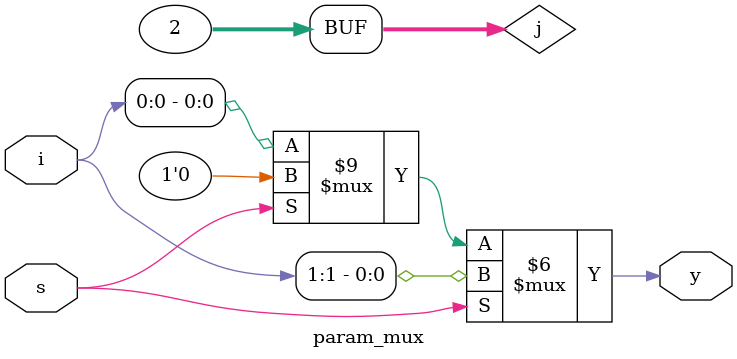
<source format=v>
module param_mux # (
	parameter IP_WIDTH = 2
) (
	input wire [IP_WIDTH-1:0] i,
	input wire [$clog2(IP_WIDTH)-1:0] s,
	output reg y
);
	integer j;

	always @(*) begin
		y = 1'b0;
		for (j = 0; j < IP_WIDTH; j = j + 1) begin
			if (s == j)
				y = i[j];
		end
	end

endmodule

</source>
